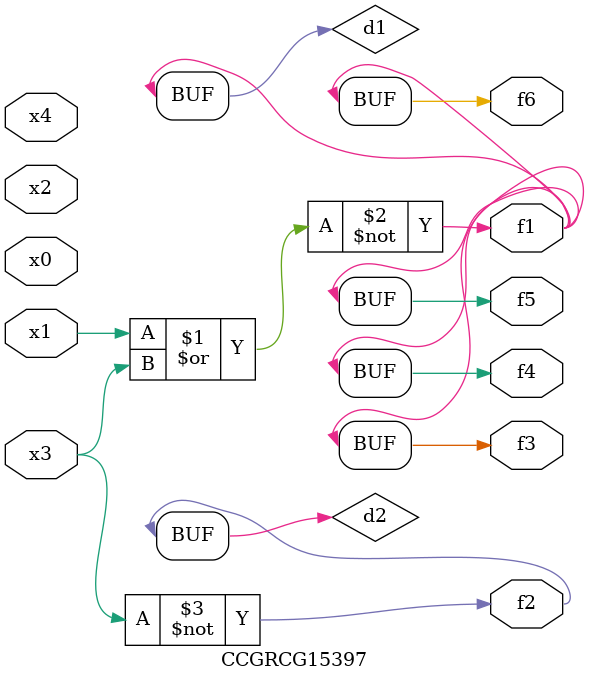
<source format=v>
module CCGRCG15397(
	input x0, x1, x2, x3, x4,
	output f1, f2, f3, f4, f5, f6
);

	wire d1, d2;

	nor (d1, x1, x3);
	not (d2, x3);
	assign f1 = d1;
	assign f2 = d2;
	assign f3 = d1;
	assign f4 = d1;
	assign f5 = d1;
	assign f6 = d1;
endmodule

</source>
